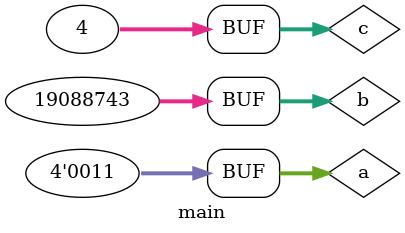
<source format=v>
module main;

reg [31:0] b, c;
reg [3:0]  a;

initial begin
	b = 32'h01234567;
	c = 4;
	a = b[c-:4];
end

endmodule

</source>
